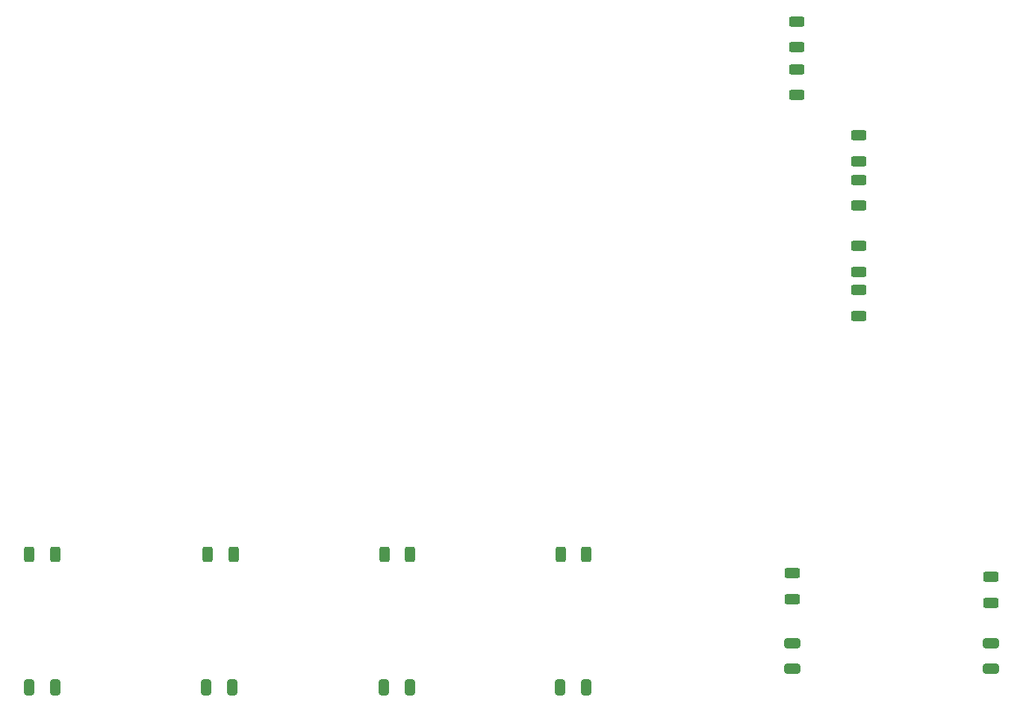
<source format=gbr>
%TF.GenerationSoftware,KiCad,Pcbnew,9.0.4*%
%TF.CreationDate,2025-10-29T20:46:00+01:00*%
%TF.ProjectId,Sterownik_Podlewania V1.1,53746572-6f77-46e6-996b-5f506f646c65,rev?*%
%TF.SameCoordinates,Original*%
%TF.FileFunction,Paste,Bot*%
%TF.FilePolarity,Positive*%
%FSLAX46Y46*%
G04 Gerber Fmt 4.6, Leading zero omitted, Abs format (unit mm)*
G04 Created by KiCad (PCBNEW 9.0.4) date 2025-10-29 20:46:00*
%MOMM*%
%LPD*%
G01*
G04 APERTURE LIST*
G04 Aperture macros list*
%AMRoundRect*
0 Rectangle with rounded corners*
0 $1 Rounding radius*
0 $2 $3 $4 $5 $6 $7 $8 $9 X,Y pos of 4 corners*
0 Add a 4 corners polygon primitive as box body*
4,1,4,$2,$3,$4,$5,$6,$7,$8,$9,$2,$3,0*
0 Add four circle primitives for the rounded corners*
1,1,$1+$1,$2,$3*
1,1,$1+$1,$4,$5*
1,1,$1+$1,$6,$7*
1,1,$1+$1,$8,$9*
0 Add four rect primitives between the rounded corners*
20,1,$1+$1,$2,$3,$4,$5,0*
20,1,$1+$1,$4,$5,$6,$7,0*
20,1,$1+$1,$6,$7,$8,$9,0*
20,1,$1+$1,$8,$9,$2,$3,0*%
G04 Aperture macros list end*
%ADD10RoundRect,0.250000X0.625000X-0.312500X0.625000X0.312500X-0.625000X0.312500X-0.625000X-0.312500X0*%
%ADD11RoundRect,0.250000X-0.625000X0.312500X-0.625000X-0.312500X0.625000X-0.312500X0.625000X0.312500X0*%
%ADD12RoundRect,0.250000X0.312500X0.625000X-0.312500X0.625000X-0.312500X-0.625000X0.312500X-0.625000X0*%
%ADD13RoundRect,0.250000X0.325000X0.650000X-0.325000X0.650000X-0.325000X-0.650000X0.325000X-0.650000X0*%
%ADD14RoundRect,0.250000X-0.312500X-0.625000X0.312500X-0.625000X0.312500X0.625000X-0.312500X0.625000X0*%
%ADD15RoundRect,0.250000X-0.650000X0.325000X-0.650000X-0.325000X0.650000X-0.325000X0.650000X0.325000X0*%
G04 APERTURE END LIST*
D10*
%TO.C,R15*%
X185000000Y-105425000D03*
X185000000Y-102500000D03*
%TD*%
D11*
%TO.C,R10*%
X178000000Y-72075000D03*
X178000000Y-75000000D03*
%TD*%
D12*
%TO.C,R18*%
X154152500Y-132500000D03*
X151227500Y-132500000D03*
%TD*%
D13*
%TO.C,C9*%
X114000000Y-147500000D03*
X111050000Y-147500000D03*
%TD*%
D14*
%TO.C,R20*%
X111227500Y-132500000D03*
X114152500Y-132500000D03*
%TD*%
D15*
%TO.C,C6*%
X177500000Y-142500000D03*
X177500000Y-145450000D03*
%TD*%
D14*
%TO.C,R21*%
X91000000Y-132500000D03*
X93925000Y-132500000D03*
%TD*%
D11*
%TO.C,R16*%
X200000000Y-135000000D03*
X200000000Y-137925000D03*
%TD*%
D10*
%TO.C,R14*%
X185000000Y-100425000D03*
X185000000Y-97500000D03*
%TD*%
D13*
%TO.C,C8*%
X134145000Y-147500000D03*
X131195000Y-147500000D03*
%TD*%
D10*
%TO.C,R12*%
X185000000Y-87925000D03*
X185000000Y-85000000D03*
%TD*%
%TO.C,R11*%
X178000000Y-80425000D03*
X178000000Y-77500000D03*
%TD*%
D13*
%TO.C,C10*%
X93950000Y-147500000D03*
X91000000Y-147500000D03*
%TD*%
D11*
%TO.C,R13*%
X185000000Y-90000000D03*
X185000000Y-92925000D03*
%TD*%
D12*
%TO.C,R19*%
X134152500Y-132500000D03*
X131227500Y-132500000D03*
%TD*%
D15*
%TO.C,C5*%
X200000000Y-142500000D03*
X200000000Y-145450000D03*
%TD*%
D11*
%TO.C,R17*%
X177500000Y-134575000D03*
X177500000Y-137500000D03*
%TD*%
D13*
%TO.C,C7*%
X154145000Y-147500000D03*
X151195000Y-147500000D03*
%TD*%
M02*

</source>
